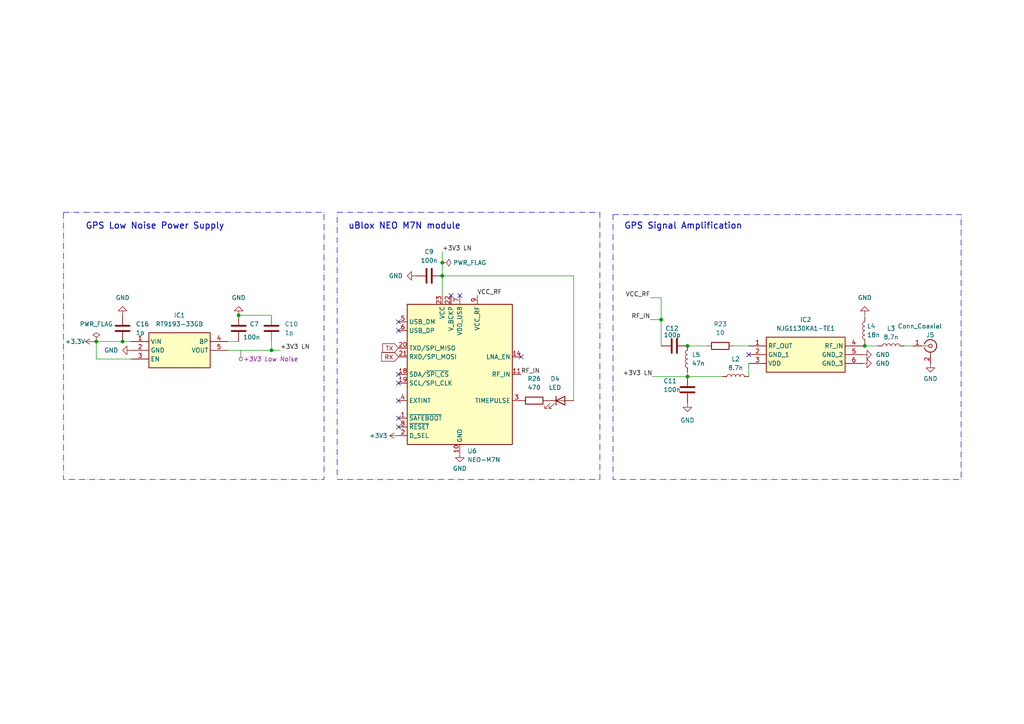
<source format=kicad_sch>
(kicad_sch (version 20230121) (generator eeschema)
  (paper "A4")
  (title_block (title "GPS Module") (date "2023-10-17") (rev "1.0"))
  (lib_symbols
    (symbol "Connector:Conn_Coaxial" (pin_names (offset 1.016) hide)
      (property "Reference" "J" (at 0.254 3.048 0))
      (property "Value" "Conn_Coaxial" (at 2.921 0 90))
      (symbol "Conn_Coaxial_0_1"
        (arc (start -1.778 -0.508) (mid 0.2311 -1.8066) (end 1.778 0) (stroke (width 0.254)))
        (polyline (pts (xy -2.54 0) (xy -0.508 0)))
        (polyline (pts (xy 0 -2.54) (xy 0 -1.778)))
        (circle (center 0 0) (radius 0.508) (stroke (width 0.2032)))
        (arc (start 1.778 0) (mid 0.2099 1.8101) (end -1.778 0.508) (stroke (width 0.254)))
      )
      (symbol "Conn_Coaxial_1_1"
        (pin passive line (at -5.08 0 0) (length 2.54) (name "In") (number "1"))
        (pin passive line (at 0 -5.08 90) (length 2.54) (name "Ext") (number "2"))
      )
    )
    (symbol "Device:C" (pin_numbers hide) (pin_names (offset 0.254))
      (property "Reference" "C" (at 0.635 2.54 0))
      (property "Value" "C" (at 0.635 -2.54 0))
      (symbol "C_0_1"
        (polyline (pts (xy -2.032 -0.762) (xy 2.032 -0.762)) (stroke (width 0.508)))
        (polyline (pts (xy -2.032 0.762) (xy 2.032 0.762)) (stroke (width 0.508)))
      )
      (symbol "C_1_1"
        (pin passive line (at 0 3.81 270) (length 2.794) (name "~") (number "1"))
        (pin passive line (at 0 -3.81 90) (length 2.794) (name "~") (number "2"))
      )
    )
    (symbol "Device:L" (pin_numbers hide) (pin_names (offset 1.016) hide)
      (property "Reference" "L" (at -1.27 0 90))
      (property "Value" "L" (at 1.905 0 90))
      (symbol "L_0_1"
        (arc (start 0 -2.54) (mid 0.6323 -1.905) (end 0 -1.27))
        (arc (start 0 -1.27) (mid 0.6323 -0.635) (end 0 0))
        (arc (start 0 0) (mid 0.6323 0.635) (end 0 1.27))
        (arc (start 0 1.27) (mid 0.6323 1.905) (end 0 2.54))
      )
      (symbol "L_1_1"
        (pin passive line (at 0 3.81 270) (length 1.27) (name "1") (number "1"))
        (pin passive line (at 0 -3.81 90) (length 1.27) (name "2") (number "2"))
      )
    )
    (symbol "Device:LED" (pin_numbers hide) (pin_names (offset 1.016) hide)
      (property "Reference" "D" (at 0 2.54 0))
      (property "Value" "LED" (at 0 -2.54 0))
      (symbol "LED_0_1"
        (polyline (pts (xy -1.27 -1.27) (xy -1.27 1.27)) (stroke (width 0.254)))
        (polyline (pts (xy -1.27 0) (xy 1.27 0)))
        (polyline (pts (xy 1.27 -1.27) (xy 1.27 1.27) (xy -1.27 0) (xy 1.27 -1.27)) (stroke (width 0.254)))
        (polyline (pts (xy -3.048 -0.762) (xy -4.572 -2.286) (xy -3.81 -2.286) (xy -4.572 -2.286) (xy -4.572 -1.524)))
        (polyline (pts (xy -1.778 -0.762) (xy -3.302 -2.286) (xy -2.54 -2.286) (xy -3.302 -2.286) (xy -3.302 -1.524)))
      )
      (symbol "LED_1_1"
        (pin passive line (at -3.81 0 0) (length 2.54) (name "K") (number "1"))
        (pin passive line (at 3.81 0 180) (length 2.54) (name "A") (number "2"))
      )
    )
    (symbol "Device:R" (pin_numbers hide) (pin_names (offset 0))
      (property "Reference" "R" (at 2.032 0 90))
      (property "Value" "R" (at 0 0 90))
      (symbol "R_0_1"
        (rectangle (start -1.016 -2.54) (end 1.016 2.54) (stroke (width 0.254)))
      )
      (symbol "R_1_1"
        (pin passive line (at 0 3.81 270) (length 1.27) (name "~") (number "1"))
        (pin passive line (at 0 -3.81 90) (length 1.27) (name "~") (number "2"))
      )
    )
    (symbol "Imported_Symbols:NJG1130KA1-TE1"
      (property "Reference" "IC" (at 29.21 7.62 0))
      (property "Value" "NJG1130KA1-TE1" (at 29.21 5.08 0))
      (symbol "NJG1130KA1-TE1_1_1"
        (rectangle (start 5.08 2.54) (end 27.94 -7.62) (stroke (width 0.254)) (fill (type background)))
        (pin passive line (at 0 0 0) (length 5.08) (name "RF_OUT") (number "1"))
        (pin passive line (at 0 -2.54 0) (length 5.08) (name "GND_1") (number "2"))
        (pin passive line (at 0 -5.08 0) (length 5.08) (name "VDD") (number "3"))
        (pin passive line (at 33.02 0 180) (length 5.08) (name "RF_IN") (number "4"))
        (pin passive line (at 33.02 -2.54 180) (length 5.08) (name "GND_2") (number "5"))
        (pin passive line (at 33.02 -5.08 180) (length 5.08) (name "GND_3") (number "6"))
      )
    )
    (symbol "Imported_Symbols:RT9193-33GB"
      (property "Reference" "IC" (at 24.13 7.62 0))
      (property "Value" "RT9193-33GB" (at 24.13 5.08 0))
      (symbol "RT9193-33GB_1_1"
        (rectangle (start 5.08 2.54) (end 22.86 -7.62) (stroke (width 0.254)) (fill (type background)))
        (pin passive line (at 0 0 0) (length 5.08) (name "VIN") (number "1"))
        (pin passive line (at 0 -2.54 0) (length 5.08) (name "GND") (number "2"))
        (pin passive line (at 0 -5.08 0) (length 5.08) (name "EN") (number "3"))
        (pin passive line (at 27.94 0 180) (length 5.08) (name "BP") (number "4"))
        (pin passive line (at 27.94 -2.54 180) (length 5.08) (name "VOUT") (number "5"))
      )
    )
    (symbol "RF_GPS:NEO-M8N"
      (property "Reference" "U" (at -13.97 21.59 0))
      (property "Value" "NEO-M8N" (at 11.43 21.59 0))
      (symbol "NEO-M8N_0_1"
        (rectangle (start -15.24 20.32) (end 15.24 -20.32) (stroke (width 0.254)) (fill (type background)))
      )
      (symbol "NEO-M8N_1_1"
        (pin input line (at -17.78 -12.7 0) (length 2.54) (name "~{SAFEBOOT}") (number "1"))
        (pin power_in line (at 0 -22.86 90) (length 2.54) (name "GND") (number "10"))
        (pin input line (at 17.78 0 180) (length 2.54) (name "RF_IN") (number "11"))
        (pin passive line (at 0 -22.86 90) (length 2.54) hide (name "GND") (number "12"))
        (pin passive line (at 0 -22.86 90) (length 2.54) hide (name "GND") (number "13"))
        (pin output line (at 17.78 5.08 180) (length 2.54) (name "LNA_EN") (number "14"))
        (pin no_connect line (at 15.24 -10.16 180) (length 2.54) hide (name "RESERVED") (number "15"))
        (pin no_connect line (at 15.24 -12.7 180) (length 2.54) hide (name "RESERVED") (number "16"))
        (pin no_connect line (at 15.24 -15.24 180) (length 2.54) hide (name "RESERVED") (number "17"))
        (pin bidirectional line (at -17.78 0 0) (length 2.54) (name "SDA/~{SPI_CS}") (number "18"))
        (pin input line (at -17.78 -2.54 0) (length 2.54) (name "SCL/SPI_CLK") (number "19"))
        (pin input line (at -17.78 -17.78 0) (length 2.54) (name "D_SEL") (number "2"))
        (pin output line (at -17.78 7.62 0) (length 2.54) (name "TXD/SPI_MISO") (number "20"))
        (pin input line (at -17.78 5.08 0) (length 2.54) (name "RXD/SPI_MOSI") (number "21"))
        (pin power_in line (at -2.54 22.86 270) (length 2.54) (name "V_BCKP") (number "22"))
        (pin power_in line (at -5.08 22.86 270) (length 2.54) (name "VCC") (number "23"))
        (pin passive line (at 0 -22.86 90) (length 2.54) hide (name "GND") (number "24"))
        (pin output line (at 17.78 -7.62 180) (length 2.54) (name "TIMEPULSE") (number "3"))
        (pin input line (at -17.78 -7.62 0) (length 2.54) (name "EXTINT") (number "4"))
        (pin bidirectional line (at -17.78 15.24 0) (length 2.54) (name "USB_DM") (number "5"))
        (pin bidirectional line (at -17.78 12.7 0) (length 2.54) (name "USB_DP") (number "6"))
        (pin power_in line (at 0 22.86 270) (length 2.54) (name "VDD_USB") (number "7"))
        (pin input line (at -17.78 -15.24 0) (length 2.54) (name "~{RESET}") (number "8"))
        (pin power_out line (at 5.08 22.86 270) (length 2.54) (name "VCC_RF") (number "9"))
      )
    )
    (symbol "power:+3.3V" (power) (pin_names (offset 0))
      (property "Value" "+3.3V" (at 0 3.556 0))
      (symbol "+3.3V_0_1"
        (polyline (pts (xy -0.762 1.27) (xy 0 2.54)))
        (polyline (pts (xy 0 0) (xy 0 2.54)))
        (polyline (pts (xy 0 2.54) (xy 0.762 1.27)))
      )
      (symbol "+3.3V_1_1"
        (pin power_in line (at 0 0 90) (length 0) hide (name "+3.3V") (number "1"))
      )
    )
    (symbol "power:+3V3" (power) (pin_names (offset 0))
      (property "Value" "+3V3" (at 0 3.556 0))
      (symbol "+3V3_0_1"
        (polyline (pts (xy -0.762 1.27) (xy 0 2.54)))
        (polyline (pts (xy 0 0) (xy 0 2.54)))
        (polyline (pts (xy 0 2.54) (xy 0.762 1.27)))
      )
      (symbol "+3V3_1_1"
        (pin power_in line (at 0 0 90) (length 0) hide (name "+3V3") (number "1"))
      )
    )
    (symbol "power:GND" (power) (pin_names (offset 0))
      (property "Value" "GND" (at 0 -3.81 0))
      (symbol "GND_0_1"
        (polyline (pts (xy 0 0) (xy 0 -1.27) (xy 1.27 -1.27) (xy 0 -2.54) (xy -1.27 -1.27) (xy 0 -1.27)))
      )
      (symbol "GND_1_1"
        (pin power_in line (at 0 0 270) (length 0) hide (name "GND") (number "1"))
      )
    )
    (symbol "power:PWR_FLAG" (power) (pin_numbers hide) (pin_names (offset 0) hide)
      (property "Value" "PWR_FLAG" (at 0 3.81 0))
      (symbol "PWR_FLAG_0_0"
        (pin power_out line (at 0 0 90) (length 0) (name "pwr") (number "1"))
      )
      (symbol "PWR_FLAG_0_1"
        (polyline (pts (xy 0 0) (xy 0 1.27) (xy -1.016 1.905) (xy 0 2.54) (xy 1.016 1.905) (xy 0 1.27)))
      )
    )
  )
  (junction (at 191.77 92.71))
  (junction (at 199.39 100.33))
  (junction (at 199.39 109.22))
  (junction (at 78.74 101.6))
  (junction (at 250.825 100.33))
  (junction (at 128.27 76.2))
  (junction (at 27.94 99.06))
  (junction (at 69.215 91.44))
  (junction (at 128.27 80.01))
  (junction (at 35.56 99.06))
  (no_connect (at 133.35 85.725))
  (no_connect (at 115.57 121.285))
  (no_connect (at 115.57 108.585))
  (no_connect (at 151.13 103.505))
  (no_connect (at 115.57 111.125))
  (no_connect (at 217.17 102.87))
  (no_connect (at 130.81 85.725))
  (no_connect (at 115.57 116.205))
  (no_connect (at 115.57 123.825))
  (no_connect (at 115.57 95.885))
  (no_connect (at 115.57 93.345))
  (wire (pts (xy 188.595 92.71) (xy 191.77 92.71)))
  (wire (pts (xy 189.23 109.22) (xy 199.39 109.22)))
  (wire (pts (xy 199.39 107.95) (xy 199.39 109.22)))
  (wire (pts (xy 69.215 91.44) (xy 78.74 91.44)))
  (wire (pts (xy 191.77 92.71) (xy 191.77 100.33)))
  (wire (pts (xy 128.27 80.01) (xy 128.27 85.725)))
  (wire (pts (xy 27.94 104.14) (xy 38.1 104.14)))
  (wire (pts (xy 199.39 109.22) (xy 209.55 109.22)))
  (wire (pts (xy 166.37 80.01) (xy 166.37 116.205)))
  (wire (pts (xy 27.94 99.06) (xy 35.56 99.06)))
  (wire (pts (xy 191.77 86.36) (xy 188.595 86.36)))
  (wire (pts (xy 35.56 99.06) (xy 38.1 99.06)))
  (wire (pts (xy 27.305 99.06) (xy 27.94 99.06)))
  (wire (pts (xy 250.825 91.44) (xy 250.825 92.075)))
  (wire (pts (xy 199.39 100.33) (xy 205.105 100.33)))
  (wire (pts (xy 217.17 109.22) (xy 217.17 105.41)))
  (wire (pts (xy 250.825 99.695) (xy 250.825 100.33)))
  (wire (pts (xy 128.27 73.025) (xy 128.27 76.2)))
  (wire (pts (xy 262.255 100.33) (xy 264.795 100.33)))
  (wire (pts (xy 66.04 101.6) (xy 78.74 101.6)))
  (wire (pts (xy 128.27 76.2) (xy 128.27 80.01)))
  (wire (pts (xy 78.74 99.06) (xy 78.74 101.6)))
  (wire (pts (xy 191.77 86.36) (xy 191.77 92.71)))
  (wire (pts (xy 27.94 99.06) (xy 27.94 104.14)))
  (wire (pts (xy 78.74 101.6) (xy 81.28 101.6)))
  (wire (pts (xy 254.635 100.33) (xy 250.825 100.33)))
  (wire (pts (xy 128.27 80.01) (xy 166.37 80.01)))
  (wire (pts (xy 66.04 99.06) (xy 69.215 99.06)))
  (wire (pts (xy 212.725 100.33) (xy 217.17 100.33)))
  (wire (pts (xy 250.825 100.33) (xy 250.19 100.33)))
  (rectangle (start 177.8 62.23) (end 278.765 139.065) (stroke (width 0) (type dash_dot)))
  (rectangle (start 18.415 61.595) (end 93.98 139.065) (stroke (width 0) (type dash_dot)))
  (rectangle (start 156.845 139.065) (end 156.845 139.065))
  (rectangle (start 97.79 61.595) (end 173.99 139.065) (stroke (width 0) (type dash_dot)))
  (text "uBlox NEO M7N module" (at 100.965 66.675 0) (effects (font (size 1.8 1.8) (thickness 0.254) bold) (justify left bottom)))
  (text "GPS Low Noise Power Supply" (at 24.765 66.675 0) (effects (font (size 1.8 1.8) (thickness 0.254) bold) (justify left bottom)))
  (text "GPS Signal Amplification" (at 180.975 66.675 0) (effects (font (size 1.8 1.8) (thickness 0.254) bold) (justify left bottom)))
  (label "+3V3 LN" (at 189.23 109.22 180))
  (label "+3V3 LN" (at 81.28 101.6 0))
  (label "RF_IN" (at 151.13 108.585 0))
  (label "RF_IN" (at 188.595 92.71 180))
  (label "+3V3 LN" (at 128.27 73.025 0))
  (label "VCC_RF" (at 188.595 86.36 180))
  (label "VCC_RF" (at 138.43 85.725 0))
  (global_label "TX" (shape input) (at 115.57 100.965 180) (property "Intersheetrefs" "${INTERSHEET_REFS}" (effects hide)))
  (global_label "RX" (shape input) (at 115.57 103.505 180) (property "Intersheetrefs" "${INTERSHEET_REFS}" (effects hide)))
  (netclass_flag "" (length 2.54) (shape round) (at 69.85 101.6 180) (property "Netclass" "+3V3 Low Noise" (at 70.5485 104.14 0) (effects (font italic) (justify left))))
  (symbol (lib_id "Device:L") (at 199.39 104.14 180) (unit 1)
    (property "Reference" "L5" (at 200.66 102.87 0) (effects (justify right)))
    (property "Value" "47n" (at 200.66 105.41 0) (effects (justify right)))
    (property "Footprint" "Inductor_SMD:L_0603_1608Metric" (effects hide))
  )
  (symbol (lib_id "Device:C") (at 69.215 95.25 0) (unit 1)
    (property "Reference" "C7" (at 72.39 93.98 0) (effects (justify left)))
    (property "Value" "100n" (at 70.485 97.79 0) (effects (justify left)))
    (property "Footprint" "Capacitor_SMD:C_0603_1608Metric" (effects hide))
  )
  (symbol (lib_id "Device:C") (at 35.56 95.25 0) (unit 1)
    (property "Reference" "C16" (at 39.37 93.98 0) (effects (justify left)))
    (property "Value" "1p" (at 39.37 96.52 0) (effects (justify left)))
    (property "Footprint" "Capacitor_SMD:C_0603_1608Metric" (effects hide))
  )
  (symbol (lib_id "power:GND") (at 269.875 105.41 0) (unit 1)
    (property "Reference" "#PWR047" (effects hide))
    (property "Value" "GND" (at 269.875 109.855 0))
  )
  (symbol (lib_id "power:GND") (at 199.39 116.84 0) (unit 1)
    (property "Reference" "#PWR042" (effects hide))
    (property "Value" "GND" (at 199.39 121.92 0))
  )
  (symbol (lib_id "Imported_Symbols:RT9193-33GB") (at 38.1 99.06 0) (unit 1)
    (property "Reference" "IC1" (at 52.07 91.44 0))
    (property "Value" "RT9193-33GB" (at 52.07 93.98 0))
    (property "Footprint" "Package_TO_SOT_SMD:SOT-23-5" (effects hide))
    (property "Datasheet" "http://www.richtek.com/assets/product_file/RT9193/DS9193-17.pdf" (effects hide))
    (property "Height" "1.295" (effects hide))
    (property "Manufacturer_Name" "RICHTEK" (effects hide))
    (property "Manufacturer_Part_Number" "RT9193-33GB" (effects hide))
  )
  (symbol (lib_id "power:PWR_FLAG") (at 128.27 76.2 270) (unit 1)
    (property "Reference" "#FLG01" (effects hide))
    (property "Value" "PWR_FLAG" (at 131.445 76.2 90) (effects (justify left)))
  )
  (symbol (lib_id "Device:C") (at 195.58 100.33 90) (unit 1)
    (property "Reference" "C12" (at 196.85 95.25 90) (effects (justify left)))
    (property "Value" "100p" (at 197.485 97.155 90) (effects (justify left)))
    (property "Footprint" "Capacitor_SMD:C_0603_1608Metric" (effects hide))
  )
  (symbol (lib_id "Device:R") (at 208.915 100.33 90) (unit 1)
    (property "Reference" "R23" (at 208.915 93.98 90))
    (property "Value" "10" (at 208.915 96.52 90))
    (property "Footprint" "Resistor_SMD:R_0603_1608Metric" (effects hide))
  )
  (symbol (lib_id "Device:L") (at 213.36 109.22 90) (unit 1)
    (property "Reference" "L2" (at 213.36 104.14 90))
    (property "Value" "8.7n" (at 213.36 106.68 90))
    (property "Footprint" "Inductor_SMD:L_0603_1608Metric" (effects hide))
  )
  (symbol (lib_id "Device:LED") (at 162.56 116.205 0) (unit 1)
    (property "Reference" "D4" (at 160.9725 109.855 0))
    (property "Value" "LED" (at 160.9725 112.395 0))
    (property "Footprint" "LED_SMD:LED_0805_2012Metric" (effects hide))
  )
  (symbol (lib_id "power:GND") (at 35.56 91.44 180) (unit 1)
    (property "Reference" "#PWR081" (effects hide))
    (property "Value" "GND" (at 35.56 86.36 0))
  )
  (symbol (lib_id "power:GND") (at 69.215 91.44 180) (unit 1)
    (property "Reference" "#PWR063" (effects hide))
    (property "Value" "GND" (at 69.215 86.36 0))
  )
  (symbol (lib_id "power:GND") (at 120.65 80.01 270) (unit 1)
    (property "Reference" "#PWR041" (effects hide))
    (property "Value" "GND" (at 116.84 80.01 90) (effects (justify right)))
  )
  (symbol (lib_id "Device:L") (at 258.445 100.33 90) (unit 1)
    (property "Reference" "L3" (at 258.445 95.25 90))
    (property "Value" "8.7n" (at 258.445 97.79 90))
    (property "Footprint" "Inductor_SMD:L_0603_1608Metric" (effects hide))
  )
  (symbol (lib_id "power:+3.3V") (at 27.305 99.06 90) (unit 1)
    (property "Reference" "#PWR064" (effects hide))
    (property "Value" "+3.3V" (at 24.765 99.06 90) (effects (justify left)))
  )
  (symbol (lib_id "Device:L") (at 250.825 95.885 180) (unit 1)
    (property "Reference" "L4" (at 251.46 94.615 0) (effects (justify right)))
    (property "Value" "18n" (at 251.46 97.155 0) (effects (justify right)))
    (property "Footprint" "Inductor_SMD:L_0805_2012Metric" (effects hide))
  )
  (symbol (lib_id "Device:R") (at 154.94 116.205 90) (unit 1)
    (property "Reference" "R26" (at 154.94 109.855 90))
    (property "Value" "470" (at 154.94 112.395 90))
    (property "Footprint" "Resistor_SMD:R_0603_1608Metric" (effects hide))
  )
  (symbol (lib_id "power:GND") (at 133.35 131.445 0) (unit 1)
    (property "Reference" "#PWR039" (effects hide))
    (property "Value" "GND" (at 133.35 135.89 0))
  )
  (symbol (lib_id "power:GND") (at 250.19 105.41 90) (unit 1)
    (property "Reference" "#PWR075" (effects hide))
    (property "Value" "GND" (at 254 105.41 90) (effects (justify right)))
  )
  (symbol (lib_id "Device:C") (at 124.46 80.01 90) (unit 1)
    (property "Reference" "C9" (at 124.46 73.025 90))
    (property "Value" "100n" (at 124.46 75.565 90))
    (property "Footprint" "Capacitor_SMD:C_0603_1608Metric" (effects hide))
  )
  (symbol (lib_id "RF_GPS:NEO-M8N") (at 133.35 108.585 0) (unit 1)
    (property "Reference" "U6" (at 135.5441 130.81 0) (effects (justify left)))
    (property "Value" "NEO-M7N" (at 135.5441 133.35 0) (effects (justify left)))
    (property "Footprint" "RF_GPS:ublox_NEO" (effects hide))
    (property "Datasheet" "https://content.u-blox.com/sites/default/files/NEO-M8-FW3_DataSheet_UBX-15031086.pdf" (effects hide))
  )
  (symbol (lib_id "Device:C") (at 199.39 113.03 0) (unit 1)
    (property "Reference" "C11" (at 192.405 110.49 0) (effects (justify left)))
    (property "Value" "100n" (at 192.405 113.03 0) (effects (justify left)))
    (property "Footprint" "Capacitor_SMD:C_0603_1608Metric" (effects hide))
  )
  (symbol (lib_id "power:GND") (at 38.1 101.6 270) (unit 1)
    (property "Reference" "#PWR048" (effects hide))
    (property "Value" "GND" (at 34.29 101.6 90) (effects (justify right)))
  )
  (symbol (lib_id "Connector:Conn_Coaxial") (at 269.875 100.33 0) (unit 1)
    (property "Reference" "J5" (at 268.605 97.155 0) (effects (justify left)))
    (property "Value" "Conn_Coaxial" (at 260.35 94.615 0) (effects (justify left)))
    (property "Footprint" "Connector_Coaxial:U.FL_Molex_MCRF_73412-0110_Vertical" (effects hide))
    (property "Datasheet" " ~" (effects hide))
  )
  (symbol (lib_id "power:+3V3") (at 115.57 126.365 90) (unit 1)
    (property "Reference" "#PWR079" (effects hide))
    (property "Value" "+3V3" (at 112.395 126.365 90) (effects (justify left)))
  )
  (symbol (lib_id "power:GND") (at 250.825 91.44 180) (unit 1)
    (property "Reference" "#PWR082" (effects hide))
    (property "Value" "GND" (at 250.825 86.36 0))
  )
  (symbol (lib_id "Device:C") (at 78.74 95.25 0) (unit 1)
    (property "Reference" "C10" (at 82.55 93.98 0) (effects (justify left)))
    (property "Value" "1p" (at 82.55 96.52 0) (effects (justify left)))
    (property "Footprint" "Capacitor_SMD:C_0603_1608Metric" (effects hide))
  )
  (symbol (lib_id "power:GND") (at 250.19 102.87 90) (unit 1)
    (property "Reference" "#PWR040" (effects hide))
    (property "Value" "GND" (at 254 102.87 90) (effects (justify right)))
  )
  (symbol (lib_id "power:PWR_FLAG") (at 27.94 99.06 0) (unit 1)
    (property "Reference" "#FLG04" (effects hide))
    (property "Value" "PWR_FLAG" (at 27.94 93.98 0))
  )
  (symbol (lib_id "Imported_Symbols:NJG1130KA1-TE1") (at 217.17 100.33 0) (unit 1)
    (property "Reference" "IC2" (at 233.68 92.71 0))
    (property "Value" "NJG1130KA1-TE1" (at 233.68 95.25 0))
    (property "Footprint" "Imported_Footprints:SOTFL50P160X60-6N" (effects hide))
    (property "Datasheet" "https://componentsearchengine.com/Datasheets/1/NJG1130KA1-TE1.pdf" (effects hide))
    (property "Height" "0.6" (effects hide))
    (property "Mouser Part Number" "513-NJG1130KA1" (effects hide))
    (property "Mouser Price/Stock" "https://www.mouser.co.uk/ProductDetail/NJR/NJG1130KA1-TE1?qs=Gh61b4mt6UIcxjB7iiNWNQ%3D%3D" (effects hide))
    (property "Manufacturer_Name" "New Japan Radio" (effects hide))
    (property "Manufacturer_Part_Number" "NJG1130KA1-TE1" (effects hide))
  )
)
</source>
